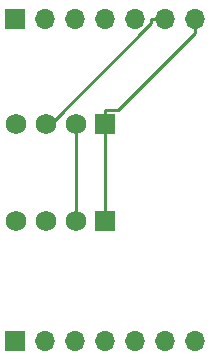
<source format=gbl>
G04 #@! TF.FileFunction,Copper,L2,Bot,Signal*
%FSLAX46Y46*%
G04 Gerber Fmt 4.6, Leading zero omitted, Abs format (unit mm)*
G04 Created by KiCad (PCBNEW 4.0.7-e1-6374~58~ubuntu16.04.1) date Wed Aug  2 16:45:54 2017*
%MOMM*%
%LPD*%
G01*
G04 APERTURE LIST*
%ADD10C,0.100000*%
%ADD11R,1.750000X1.750000*%
%ADD12C,1.750000*%
%ADD13R,1.700000X1.700000*%
%ADD14O,1.700000X1.700000*%
%ADD15C,0.250000*%
G04 APERTURE END LIST*
D10*
D11*
X155575000Y-117475000D03*
D12*
X153075000Y-117475000D03*
X150575000Y-117475000D03*
X148075000Y-117475000D03*
D11*
X155575000Y-109220000D03*
D12*
X153075000Y-109220000D03*
X150575000Y-109220000D03*
X148075000Y-109220000D03*
D13*
X147955000Y-127635000D03*
D14*
X150495000Y-127635000D03*
X153035000Y-127635000D03*
X155575000Y-127635000D03*
X158115000Y-127635000D03*
X160655000Y-127635000D03*
X163195000Y-127635000D03*
D13*
X147955000Y-100330000D03*
D14*
X150495000Y-100330000D03*
X153035000Y-100330000D03*
X155575000Y-100330000D03*
X158115000Y-100330000D03*
X160655000Y-100330000D03*
X163195000Y-100330000D03*
D15*
X155575000Y-109220000D02*
X155575000Y-117475000D01*
X156680600Y-108019700D02*
X155575000Y-108019700D01*
X163195000Y-101505300D02*
X156680600Y-108019700D01*
X163195000Y-100330000D02*
X163195000Y-101505300D01*
X155575000Y-109220000D02*
X155575000Y-108019700D01*
X153075000Y-109220000D02*
X153075000Y-117475000D01*
X150957100Y-109220000D02*
X150575000Y-109220000D01*
X159479700Y-100697400D02*
X150957100Y-109220000D01*
X159479700Y-100330000D02*
X159479700Y-100697400D01*
X160655000Y-100330000D02*
X159479700Y-100330000D01*
M02*

</source>
